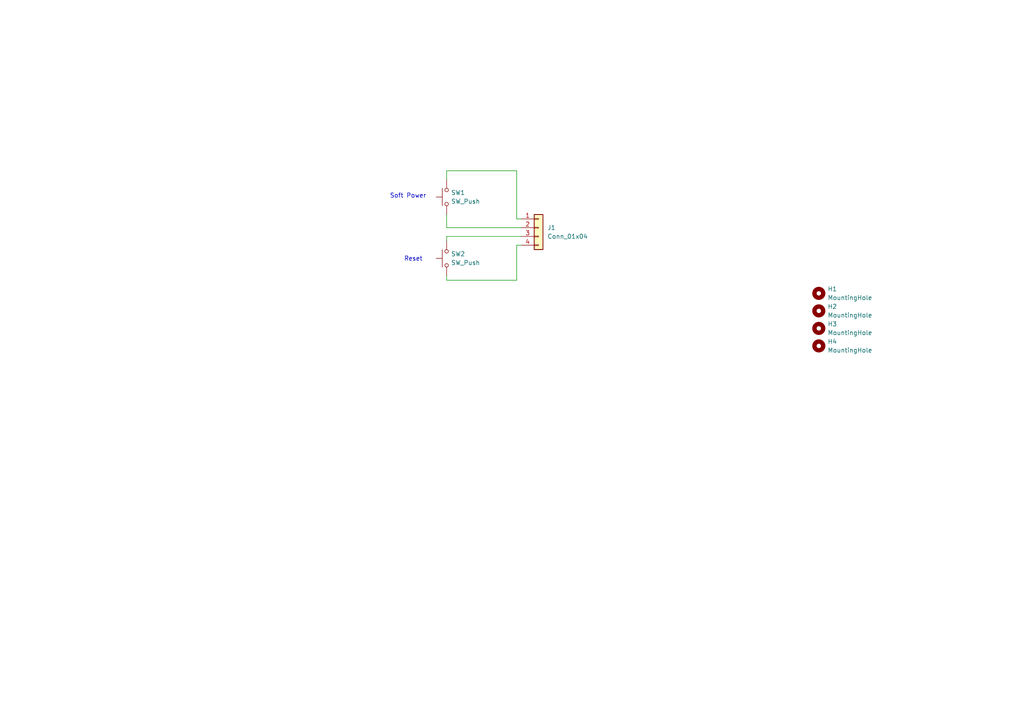
<source format=kicad_sch>
(kicad_sch (version 20250114) (generator "eeschema") (generator_version "9.0")
  (paper "A4")
  (lib_symbols
    (symbol "Connector_Generic:Conn_01x04" (pin_names (offset 1.016) (hide yes))
      (property "Reference" "J" (at 0 5.08 0))
      (property "Value" "Conn_01x04" (at 0 -7.62 0))
      (symbol "Conn_01x04_1_1"
        (rectangle (start -1.27 3.81) (end 1.27 -6.35) (stroke (width 0.254)) (fill (type background)))
        (rectangle (start -1.27 2.667) (end 0 2.413) (stroke (width 0.1524)))
        (rectangle (start -1.27 0.127) (end 0 -0.127) (stroke (width 0.1524)))
        (rectangle (start -1.27 -2.413) (end 0 -2.667) (stroke (width 0.1524)))
        (rectangle (start -1.27 -4.953) (end 0 -5.207) (stroke (width 0.1524)))
        (pin passive line (at -5.08 2.54 0) (length 3.81) (name "Pin_1") (number "1"))
        (pin passive line (at -5.08 0 0) (length 3.81) (name "Pin_2") (number "2"))
        (pin passive line (at -5.08 -2.54 0) (length 3.81) (name "Pin_3") (number "3"))
        (pin passive line (at -5.08 -5.08 0) (length 3.81) (name "Pin_4") (number "4"))
      )
    )
    (symbol "Mechanical:MountingHole" (pin_names (offset 1.016)) (in_bom no)
      (property "Reference" "H" (at 0 5.08 0))
      (property "Value" "MountingHole" (at 0 3.175 0))
      (symbol "MountingHole_0_1"
        (circle (center 0 0) (radius 1.27) (stroke (width 1.27)))
      )
    )
    (symbol "Switch:SW_Push" (pin_numbers (hide yes)) (pin_names (offset 1.016) (hide yes))
      (property "Reference" "SW" (at 1.27 2.54 0))
      (property "Value" "SW_Push" (at 0 -1.524 0))
      (symbol "SW_Push_0_1"
        (circle (center -2.032 0) (radius 0.508))
        (polyline (pts (xy 0 1.27) (xy 0 3.048)))
        (circle (center 2.032 0) (radius 0.508))
        (polyline (pts (xy 2.54 1.27) (xy -2.54 1.27)))
        (pin passive line (at -5.08 0 0) (length 2.54) (name "1") (number "1"))
        (pin passive line (at 5.08 0 180) (length 2.54) (name "2") (number "2"))
      )
    )
  )
  (text "Soft Power" (at 118.364 56.896 0) (effects (font (size 1.27 1.27))))
  (text "Reset" (at 119.888 75.184 0) (effects (font (size 1.27 1.27))))
  (wire (pts (xy 129.54 49.53) (xy 129.54 52.07)))
  (wire (pts (xy 151.13 63.5) (xy 149.86 63.5)))
  (wire (pts (xy 129.54 81.28) (xy 149.86 81.28)))
  (wire (pts (xy 129.54 66.04) (xy 151.13 66.04)))
  (wire (pts (xy 129.54 68.58) (xy 129.54 69.85)))
  (wire (pts (xy 151.13 68.58) (xy 129.54 68.58)))
  (wire (pts (xy 149.86 49.53) (xy 129.54 49.53)))
  (wire (pts (xy 149.86 81.28) (xy 149.86 71.12)))
  (wire (pts (xy 129.54 80.01) (xy 129.54 81.28)))
  (wire (pts (xy 149.86 63.5) (xy 149.86 49.53)))
  (wire (pts (xy 149.86 71.12) (xy 151.13 71.12)))
  (wire (pts (xy 129.54 62.23) (xy 129.54 66.04)))
  (symbol (lib_id "Mechanical:MountingHole") (at 237.49 90.17 0) (unit 1) (in_bom no)
    (property "Reference" "H2" (at 240.03 88.8999 0) (effects (justify left)))
    (property "Value" "MountingHole" (at 240.03 91.4399 0) (effects (justify left)))
    (property "Footprint" "MountingHole:MountingHole_2.7mm_M2.5" (effects (hide yes)))
    (property "Description" "Mounting Hole without connection" (effects (hide yes)))
  )
  (symbol (lib_id "Switch:SW_Push") (at 129.54 74.93 90) (unit 1)
    (property "Reference" "SW2" (at 130.81 73.6599 90) (effects (justify right)))
    (property "Value" "SW_Push" (at 130.81 76.1999 90) (effects (justify right)))
    (property "Footprint" "Button_Switch_Keyboard:SW_Cherry_MX_1.00u_PCB" (effects (hide yes)))
    (property "Description" "Push button switch, generic, two pins" (effects (hide yes)))
  )
  (symbol (lib_id "Mechanical:MountingHole") (at 237.49 85.09 0) (unit 1) (in_bom no)
    (property "Reference" "H1" (at 240.03 83.8199 0) (effects (justify left)))
    (property "Value" "MountingHole" (at 240.03 86.3599 0) (effects (justify left)))
    (property "Footprint" "MountingHole:MountingHole_2.7mm_M2.5" (effects (hide yes)))
    (property "Description" "Mounting Hole without connection" (effects (hide yes)))
  )
  (symbol (lib_id "Mechanical:MountingHole") (at 237.49 95.25 0) (unit 1) (in_bom no)
    (property "Reference" "H3" (at 240.03 93.9799 0) (effects (justify left)))
    (property "Value" "MountingHole" (at 240.03 96.5199 0) (effects (justify left)))
    (property "Footprint" "MountingHole:MountingHole_2.7mm_M2.5" (effects (hide yes)))
    (property "Description" "Mounting Hole without connection" (effects (hide yes)))
  )
  (symbol (lib_id "Connector_Generic:Conn_01x04") (at 156.21 66.04 0) (unit 1)
    (property "Reference" "J1" (at 158.75 66.0399 0) (effects (justify left)))
    (property "Value" "Conn_01x04" (at 158.75 68.5799 0) (effects (justify left)))
    (property "Footprint" "Connector_JST:JST_XH_B4B-XH-A_1x04_P2.50mm_Vertical" (effects (hide yes)))
    (property "Description" "Generic connector, single row, 01x04, script generated (kicad-library-utils/schlib/autogen/connector/)" (effects (hide yes)))
  )
  (symbol (lib_id "Switch:SW_Push") (at 129.54 57.15 90) (unit 1)
    (property "Reference" "SW1" (at 130.81 55.8799 90) (effects (justify right)))
    (property "Value" "SW_Push" (at 130.81 58.4199 90) (effects (justify right)))
    (property "Footprint" "Button_Switch_Keyboard:SW_Cherry_MX_1.00u_PCB" (effects (hide yes)))
    (property "Description" "Push button switch, generic, two pins" (effects (hide yes)))
  )
  (symbol (lib_id "Mechanical:MountingHole") (at 237.49 100.33 0) (unit 1) (in_bom no)
    (property "Reference" "H4" (at 240.03 99.0599 0) (effects (justify left)))
    (property "Value" "MountingHole" (at 240.03 101.5999 0) (effects (justify left)))
    (property "Footprint" "MountingHole:MountingHole_2.7mm_M2.5" (effects (hide yes)))
    (property "Description" "Mounting Hole without connection" (effects (hide yes)))
  )
)
</source>
